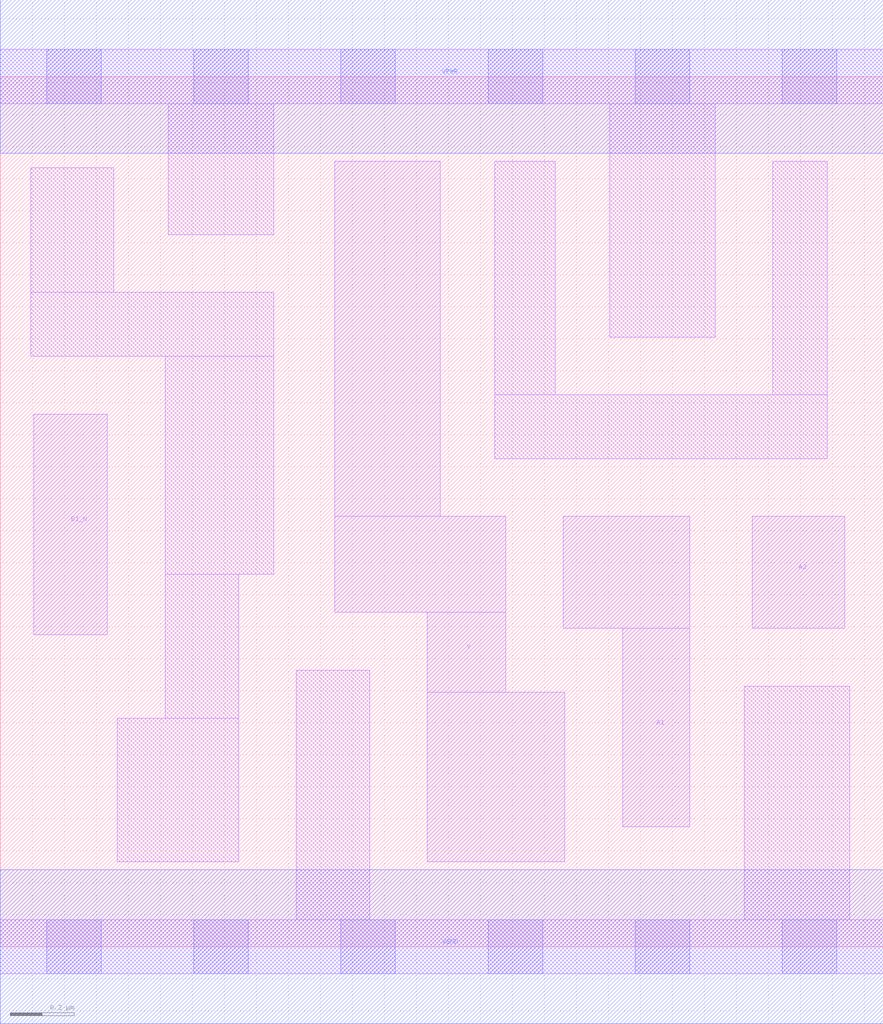
<source format=lef>
# Copyright 2020 The SkyWater PDK Authors
#
# Licensed under the Apache License, Version 2.0 (the "License");
# you may not use this file except in compliance with the License.
# You may obtain a copy of the License at
#
#     https://www.apache.org/licenses/LICENSE-2.0
#
# Unless required by applicable law or agreed to in writing, software
# distributed under the License is distributed on an "AS IS" BASIS,
# WITHOUT WARRANTIES OR CONDITIONS OF ANY KIND, either express or implied.
# See the License for the specific language governing permissions and
# limitations under the License.
#
# SPDX-License-Identifier: Apache-2.0

VERSION 5.7 ;
  NAMESCASESENSITIVE ON ;
  NOWIREEXTENSIONATPIN ON ;
  DIVIDERCHAR "/" ;
  BUSBITCHARS "[]" ;
UNITS
  DATABASE MICRONS 200 ;
END UNITS
MACRO sky130_fd_sc_hd__a21boi_1
  CLASS CORE ;
  FOREIGN sky130_fd_sc_hd__a21boi_1 ;
  ORIGIN  0.000000  0.000000 ;
  SIZE  2.760000 BY  2.720000 ;
  SYMMETRY X Y R90 ;
  SITE unithd ;
  PIN A1
    ANTENNAGATEAREA  0.247500 ;
    DIRECTION INPUT ;
    USE SIGNAL ;
    PORT
      LAYER li1 ;
        RECT 1.760000 0.995000 2.155000 1.345000 ;
        RECT 1.945000 0.375000 2.155000 0.995000 ;
    END
  END A1
  PIN A2
    ANTENNAGATEAREA  0.247500 ;
    DIRECTION INPUT ;
    USE SIGNAL ;
    PORT
      LAYER li1 ;
        RECT 2.350000 0.995000 2.640000 1.345000 ;
    END
  END A2
  PIN B1_N
    ANTENNAGATEAREA  0.126000 ;
    DIRECTION INPUT ;
    USE SIGNAL ;
    PORT
      LAYER li1 ;
        RECT 0.105000 0.975000 0.335000 1.665000 ;
    END
  END B1_N
  PIN Y
    ANTENNADIFFAREA  0.551000 ;
    DIRECTION OUTPUT ;
    USE SIGNAL ;
    PORT
      LAYER li1 ;
        RECT 1.045000 1.045000 1.580000 1.345000 ;
        RECT 1.045000 1.345000 1.375000 2.455000 ;
        RECT 1.335000 0.265000 1.765000 0.795000 ;
        RECT 1.335000 0.795000 1.580000 1.045000 ;
    END
  END Y
  PIN VGND
    DIRECTION INOUT ;
    SHAPE ABUTMENT ;
    USE GROUND ;
    PORT
      LAYER met1 ;
        RECT 0.000000 -0.240000 2.760000 0.240000 ;
    END
  END VGND
  PIN VPWR
    DIRECTION INOUT ;
    SHAPE ABUTMENT ;
    USE POWER ;
    PORT
      LAYER met1 ;
        RECT 0.000000 2.480000 2.760000 2.960000 ;
    END
  END VPWR
  OBS
    LAYER li1 ;
      RECT 0.000000 -0.085000 2.760000 0.085000 ;
      RECT 0.000000  2.635000 2.760000 2.805000 ;
      RECT 0.095000  1.845000 0.855000 2.045000 ;
      RECT 0.095000  2.045000 0.355000 2.435000 ;
      RECT 0.365000  0.265000 0.745000 0.715000 ;
      RECT 0.515000  0.715000 0.745000 1.165000 ;
      RECT 0.515000  1.165000 0.855000 1.845000 ;
      RECT 0.525000  2.225000 0.855000 2.635000 ;
      RECT 0.925000  0.085000 1.155000 0.865000 ;
      RECT 1.545000  1.525000 2.585000 1.725000 ;
      RECT 1.545000  1.725000 1.735000 2.455000 ;
      RECT 1.905000  1.905000 2.235000 2.635000 ;
      RECT 2.325000  0.085000 2.655000 0.815000 ;
      RECT 2.415000  1.725000 2.585000 2.455000 ;
    LAYER mcon ;
      RECT 0.145000 -0.085000 0.315000 0.085000 ;
      RECT 0.145000  2.635000 0.315000 2.805000 ;
      RECT 0.605000 -0.085000 0.775000 0.085000 ;
      RECT 0.605000  2.635000 0.775000 2.805000 ;
      RECT 1.065000 -0.085000 1.235000 0.085000 ;
      RECT 1.065000  2.635000 1.235000 2.805000 ;
      RECT 1.525000 -0.085000 1.695000 0.085000 ;
      RECT 1.525000  2.635000 1.695000 2.805000 ;
      RECT 1.985000 -0.085000 2.155000 0.085000 ;
      RECT 1.985000  2.635000 2.155000 2.805000 ;
      RECT 2.445000 -0.085000 2.615000 0.085000 ;
      RECT 2.445000  2.635000 2.615000 2.805000 ;
  END
END sky130_fd_sc_hd__a21boi_1
END LIBRARY

</source>
